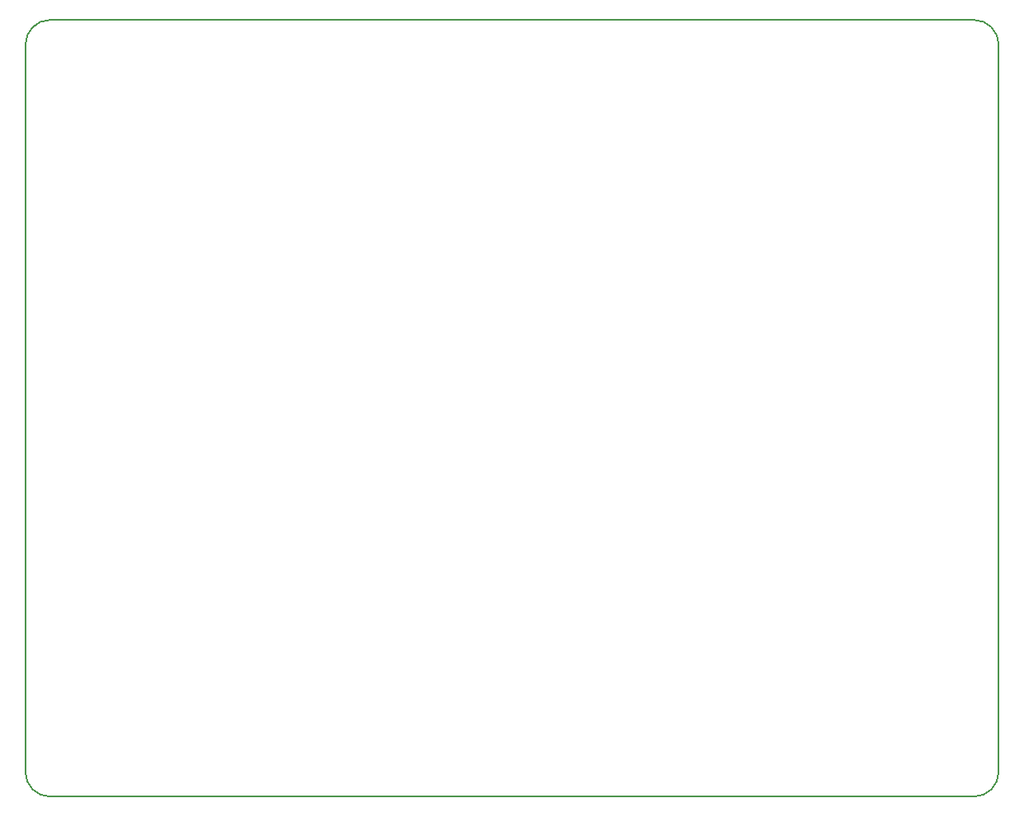
<source format=gbr>
G04 This is an RS-274x file exported by *
G04 gerbv version 2.6.0 *
G04 More information is available about gerbv at *
G04 http://gerbv.gpleda.org/ *
G04 --End of header info--*
%MOIN*%
%FSLAX34Y34*%
%IPPOS*%
G04 --Define apertures--*
%ADD10C,0.0080*%
G04 --Start main section--*
G54D10*
G01X0002000Y0002600D02*
G01X0039350Y0002600D01*
G01X0040350Y0033000D02*
G01X0040350Y0003600D01*
G01X0002000Y0034000D02*
G01X0039350Y0034000D01*
G01X0001000Y0033000D02*
G01X0001000Y0003600D01*
G01X0039350Y0002600D02*
G75*
G03X0040350Y0003600I0000000J0001000D01*
G01X0040350Y0033000D02*
G75*
G03X0039350Y0034000I-001000J0000000D01*
G01X0002000Y0034000D02*
G75*
G03X0001000Y0033000I0000000J-001000D01*
G01X0001000Y0003600D02*
G75*
G03X0002000Y0002600I0001000J0000000D01*
M02*

</source>
